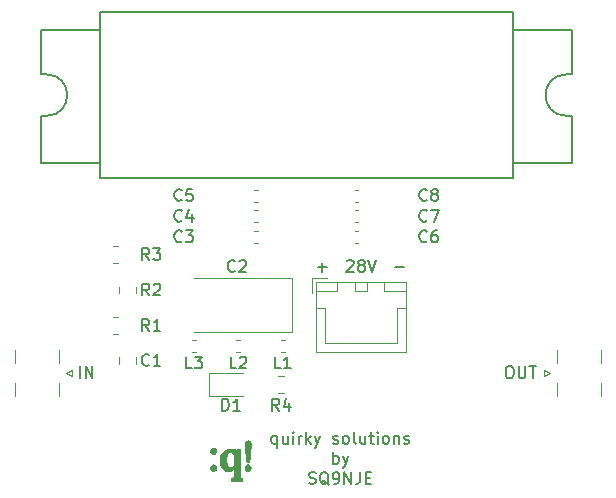
<source format=gbr>
%TF.GenerationSoftware,KiCad,Pcbnew,5.1.9-73d0e3b20d~88~ubuntu20.04.1*%
%TF.CreationDate,2021-01-30T11:41:37+01:00*%
%TF.ProjectId,mhl21336_pa,6d686c32-3133-4333-965f-70612e6b6963,1*%
%TF.SameCoordinates,Original*%
%TF.FileFunction,Legend,Top*%
%TF.FilePolarity,Positive*%
%FSLAX46Y46*%
G04 Gerber Fmt 4.6, Leading zero omitted, Abs format (unit mm)*
G04 Created by KiCad (PCBNEW 5.1.9-73d0e3b20d~88~ubuntu20.04.1) date 2021-01-30 11:41:37*
%MOMM*%
%LPD*%
G01*
G04 APERTURE LIST*
%ADD10C,0.150000*%
%ADD11C,0.200000*%
%ADD12C,0.010000*%
%ADD13C,0.120000*%
G04 APERTURE END LIST*
D10*
X145500000Y-58952380D02*
X145690476Y-58952380D01*
X145785714Y-59000000D01*
X145880952Y-59095238D01*
X145928571Y-59285714D01*
X145928571Y-59619047D01*
X145880952Y-59809523D01*
X145785714Y-59904761D01*
X145690476Y-59952380D01*
X145500000Y-59952380D01*
X145404761Y-59904761D01*
X145309523Y-59809523D01*
X145261904Y-59619047D01*
X145261904Y-59285714D01*
X145309523Y-59095238D01*
X145404761Y-59000000D01*
X145500000Y-58952380D01*
X146357142Y-58952380D02*
X146357142Y-59761904D01*
X146404761Y-59857142D01*
X146452380Y-59904761D01*
X146547619Y-59952380D01*
X146738095Y-59952380D01*
X146833333Y-59904761D01*
X146880952Y-59857142D01*
X146928571Y-59761904D01*
X146928571Y-58952380D01*
X147261904Y-58952380D02*
X147833333Y-58952380D01*
X147547619Y-59952380D02*
X147547619Y-58952380D01*
X109226190Y-59952380D02*
X109226190Y-58952380D01*
X109702380Y-59952380D02*
X109702380Y-58952380D01*
X110273809Y-59952380D01*
X110273809Y-58952380D01*
D11*
X125892857Y-64835714D02*
X125892857Y-65835714D01*
X125892857Y-65454761D02*
X125797619Y-65502380D01*
X125607142Y-65502380D01*
X125511904Y-65454761D01*
X125464285Y-65407142D01*
X125416666Y-65311904D01*
X125416666Y-65026190D01*
X125464285Y-64930952D01*
X125511904Y-64883333D01*
X125607142Y-64835714D01*
X125797619Y-64835714D01*
X125892857Y-64883333D01*
X126797619Y-64835714D02*
X126797619Y-65502380D01*
X126369047Y-64835714D02*
X126369047Y-65359523D01*
X126416666Y-65454761D01*
X126511904Y-65502380D01*
X126654761Y-65502380D01*
X126750000Y-65454761D01*
X126797619Y-65407142D01*
X127273809Y-65502380D02*
X127273809Y-64835714D01*
X127273809Y-64502380D02*
X127226190Y-64550000D01*
X127273809Y-64597619D01*
X127321428Y-64550000D01*
X127273809Y-64502380D01*
X127273809Y-64597619D01*
X127750000Y-65502380D02*
X127750000Y-64835714D01*
X127750000Y-65026190D02*
X127797619Y-64930952D01*
X127845238Y-64883333D01*
X127940476Y-64835714D01*
X128035714Y-64835714D01*
X128369047Y-65502380D02*
X128369047Y-64502380D01*
X128464285Y-65121428D02*
X128750000Y-65502380D01*
X128750000Y-64835714D02*
X128369047Y-65216666D01*
X129083333Y-64835714D02*
X129321428Y-65502380D01*
X129559523Y-64835714D02*
X129321428Y-65502380D01*
X129226190Y-65740476D01*
X129178571Y-65788095D01*
X129083333Y-65835714D01*
X130654761Y-65454761D02*
X130750000Y-65502380D01*
X130940476Y-65502380D01*
X131035714Y-65454761D01*
X131083333Y-65359523D01*
X131083333Y-65311904D01*
X131035714Y-65216666D01*
X130940476Y-65169047D01*
X130797619Y-65169047D01*
X130702380Y-65121428D01*
X130654761Y-65026190D01*
X130654761Y-64978571D01*
X130702380Y-64883333D01*
X130797619Y-64835714D01*
X130940476Y-64835714D01*
X131035714Y-64883333D01*
X131654761Y-65502380D02*
X131559523Y-65454761D01*
X131511904Y-65407142D01*
X131464285Y-65311904D01*
X131464285Y-65026190D01*
X131511904Y-64930952D01*
X131559523Y-64883333D01*
X131654761Y-64835714D01*
X131797619Y-64835714D01*
X131892857Y-64883333D01*
X131940476Y-64930952D01*
X131988095Y-65026190D01*
X131988095Y-65311904D01*
X131940476Y-65407142D01*
X131892857Y-65454761D01*
X131797619Y-65502380D01*
X131654761Y-65502380D01*
X132559523Y-65502380D02*
X132464285Y-65454761D01*
X132416666Y-65359523D01*
X132416666Y-64502380D01*
X133369047Y-64835714D02*
X133369047Y-65502380D01*
X132940476Y-64835714D02*
X132940476Y-65359523D01*
X132988095Y-65454761D01*
X133083333Y-65502380D01*
X133226190Y-65502380D01*
X133321428Y-65454761D01*
X133369047Y-65407142D01*
X133702380Y-64835714D02*
X134083333Y-64835714D01*
X133845238Y-64502380D02*
X133845238Y-65359523D01*
X133892857Y-65454761D01*
X133988095Y-65502380D01*
X134083333Y-65502380D01*
X134416666Y-65502380D02*
X134416666Y-64835714D01*
X134416666Y-64502380D02*
X134369047Y-64550000D01*
X134416666Y-64597619D01*
X134464285Y-64550000D01*
X134416666Y-64502380D01*
X134416666Y-64597619D01*
X135035714Y-65502380D02*
X134940476Y-65454761D01*
X134892857Y-65407142D01*
X134845238Y-65311904D01*
X134845238Y-65026190D01*
X134892857Y-64930952D01*
X134940476Y-64883333D01*
X135035714Y-64835714D01*
X135178571Y-64835714D01*
X135273809Y-64883333D01*
X135321428Y-64930952D01*
X135369047Y-65026190D01*
X135369047Y-65311904D01*
X135321428Y-65407142D01*
X135273809Y-65454761D01*
X135178571Y-65502380D01*
X135035714Y-65502380D01*
X135797619Y-64835714D02*
X135797619Y-65502380D01*
X135797619Y-64930952D02*
X135845238Y-64883333D01*
X135940476Y-64835714D01*
X136083333Y-64835714D01*
X136178571Y-64883333D01*
X136226190Y-64978571D01*
X136226190Y-65502380D01*
X136654761Y-65454761D02*
X136750000Y-65502380D01*
X136940476Y-65502380D01*
X137035714Y-65454761D01*
X137083333Y-65359523D01*
X137083333Y-65311904D01*
X137035714Y-65216666D01*
X136940476Y-65169047D01*
X136797619Y-65169047D01*
X136702380Y-65121428D01*
X136654761Y-65026190D01*
X136654761Y-64978571D01*
X136702380Y-64883333D01*
X136797619Y-64835714D01*
X136940476Y-64835714D01*
X137035714Y-64883333D01*
X130654761Y-67202380D02*
X130654761Y-66202380D01*
X130654761Y-66583333D02*
X130750000Y-66535714D01*
X130940476Y-66535714D01*
X131035714Y-66583333D01*
X131083333Y-66630952D01*
X131130952Y-66726190D01*
X131130952Y-67011904D01*
X131083333Y-67107142D01*
X131035714Y-67154761D01*
X130940476Y-67202380D01*
X130750000Y-67202380D01*
X130654761Y-67154761D01*
X131464285Y-66535714D02*
X131702380Y-67202380D01*
X131940476Y-66535714D02*
X131702380Y-67202380D01*
X131607142Y-67440476D01*
X131559523Y-67488095D01*
X131464285Y-67535714D01*
X128607142Y-68854761D02*
X128750000Y-68902380D01*
X128988095Y-68902380D01*
X129083333Y-68854761D01*
X129130952Y-68807142D01*
X129178571Y-68711904D01*
X129178571Y-68616666D01*
X129130952Y-68521428D01*
X129083333Y-68473809D01*
X128988095Y-68426190D01*
X128797619Y-68378571D01*
X128702380Y-68330952D01*
X128654761Y-68283333D01*
X128607142Y-68188095D01*
X128607142Y-68092857D01*
X128654761Y-67997619D01*
X128702380Y-67950000D01*
X128797619Y-67902380D01*
X129035714Y-67902380D01*
X129178571Y-67950000D01*
X130273809Y-68997619D02*
X130178571Y-68950000D01*
X130083333Y-68854761D01*
X129940476Y-68711904D01*
X129845238Y-68664285D01*
X129750000Y-68664285D01*
X129797619Y-68902380D02*
X129702380Y-68854761D01*
X129607142Y-68759523D01*
X129559523Y-68569047D01*
X129559523Y-68235714D01*
X129607142Y-68045238D01*
X129702380Y-67950000D01*
X129797619Y-67902380D01*
X129988095Y-67902380D01*
X130083333Y-67950000D01*
X130178571Y-68045238D01*
X130226190Y-68235714D01*
X130226190Y-68569047D01*
X130178571Y-68759523D01*
X130083333Y-68854761D01*
X129988095Y-68902380D01*
X129797619Y-68902380D01*
X130702380Y-68902380D02*
X130892857Y-68902380D01*
X130988095Y-68854761D01*
X131035714Y-68807142D01*
X131130952Y-68664285D01*
X131178571Y-68473809D01*
X131178571Y-68092857D01*
X131130952Y-67997619D01*
X131083333Y-67950000D01*
X130988095Y-67902380D01*
X130797619Y-67902380D01*
X130702380Y-67950000D01*
X130654761Y-67997619D01*
X130607142Y-68092857D01*
X130607142Y-68330952D01*
X130654761Y-68426190D01*
X130702380Y-68473809D01*
X130797619Y-68521428D01*
X130988095Y-68521428D01*
X131083333Y-68473809D01*
X131130952Y-68426190D01*
X131178571Y-68330952D01*
X131607142Y-68902380D02*
X131607142Y-67902380D01*
X132178571Y-68902380D01*
X132178571Y-67902380D01*
X132940476Y-67902380D02*
X132940476Y-68616666D01*
X132892857Y-68759523D01*
X132797619Y-68854761D01*
X132654761Y-68902380D01*
X132559523Y-68902380D01*
X133416666Y-68378571D02*
X133750000Y-68378571D01*
X133892857Y-68902380D02*
X133416666Y-68902380D01*
X133416666Y-67902380D01*
X133892857Y-67902380D01*
D10*
X131809523Y-50047619D02*
X131857142Y-50000000D01*
X131952380Y-49952380D01*
X132190476Y-49952380D01*
X132285714Y-50000000D01*
X132333333Y-50047619D01*
X132380952Y-50142857D01*
X132380952Y-50238095D01*
X132333333Y-50380952D01*
X131761904Y-50952380D01*
X132380952Y-50952380D01*
X132952380Y-50380952D02*
X132857142Y-50333333D01*
X132809523Y-50285714D01*
X132761904Y-50190476D01*
X132761904Y-50142857D01*
X132809523Y-50047619D01*
X132857142Y-50000000D01*
X132952380Y-49952380D01*
X133142857Y-49952380D01*
X133238095Y-50000000D01*
X133285714Y-50047619D01*
X133333333Y-50142857D01*
X133333333Y-50190476D01*
X133285714Y-50285714D01*
X133238095Y-50333333D01*
X133142857Y-50380952D01*
X132952380Y-50380952D01*
X132857142Y-50428571D01*
X132809523Y-50476190D01*
X132761904Y-50571428D01*
X132761904Y-50761904D01*
X132809523Y-50857142D01*
X132857142Y-50904761D01*
X132952380Y-50952380D01*
X133142857Y-50952380D01*
X133238095Y-50904761D01*
X133285714Y-50857142D01*
X133333333Y-50761904D01*
X133333333Y-50571428D01*
X133285714Y-50476190D01*
X133238095Y-50428571D01*
X133142857Y-50380952D01*
X133619047Y-49952380D02*
X133952380Y-50952380D01*
X134285714Y-49952380D01*
X135869047Y-50571428D02*
X136630952Y-50571428D01*
X129369047Y-50571428D02*
X130130952Y-50571428D01*
X129750000Y-50952380D02*
X129750000Y-50190476D01*
D12*
%TO.C,Ref\u002A\u002A*%
G36*
X120600309Y-65859310D02*
G01*
X120672532Y-65905079D01*
X120727180Y-65972578D01*
X120760330Y-66055075D01*
X120768059Y-66145834D01*
X120746443Y-66238122D01*
X120691559Y-66325205D01*
X120690566Y-66326322D01*
X120619785Y-66377264D01*
X120530501Y-66402711D01*
X120438640Y-66400365D01*
X120367474Y-66372948D01*
X120295298Y-66304188D01*
X120253993Y-66217351D01*
X120242608Y-66121944D01*
X120260189Y-66027473D01*
X120305787Y-65943443D01*
X120378450Y-65879361D01*
X120418831Y-65859903D01*
X120514434Y-65842007D01*
X120600309Y-65859310D01*
G37*
X120600309Y-65859310D02*
X120672532Y-65905079D01*
X120727180Y-65972578D01*
X120760330Y-66055075D01*
X120768059Y-66145834D01*
X120746443Y-66238122D01*
X120691559Y-66325205D01*
X120690566Y-66326322D01*
X120619785Y-66377264D01*
X120530501Y-66402711D01*
X120438640Y-66400365D01*
X120367474Y-66372948D01*
X120295298Y-66304188D01*
X120253993Y-66217351D01*
X120242608Y-66121944D01*
X120260189Y-66027473D01*
X120305787Y-65943443D01*
X120378450Y-65879361D01*
X120418831Y-65859903D01*
X120514434Y-65842007D01*
X120600309Y-65859310D01*
G36*
X123535315Y-65254690D02*
G01*
X123605010Y-65307812D01*
X123632972Y-65348669D01*
X123647544Y-65380193D01*
X123658511Y-65416179D01*
X123665808Y-65461052D01*
X123669367Y-65519238D01*
X123669121Y-65595162D01*
X123665003Y-65693251D01*
X123656947Y-65817930D01*
X123644884Y-65973625D01*
X123628749Y-66164762D01*
X123618919Y-66277448D01*
X123601805Y-66474920D01*
X123588007Y-66634323D01*
X123576431Y-66759690D01*
X123565984Y-66855056D01*
X123555572Y-66924455D01*
X123544100Y-66971921D01*
X123530474Y-67001487D01*
X123513600Y-67017187D01*
X123492384Y-67023056D01*
X123465733Y-67023127D01*
X123432551Y-67021434D01*
X123417207Y-67021166D01*
X123350450Y-67018744D01*
X123304646Y-67012452D01*
X123290881Y-67005291D01*
X123288886Y-66981064D01*
X123283367Y-66919868D01*
X123274803Y-66826881D01*
X123263675Y-66707277D01*
X123250465Y-66566232D01*
X123235652Y-66408921D01*
X123227499Y-66322666D01*
X123207222Y-66106378D01*
X123191135Y-65927985D01*
X123179171Y-65783260D01*
X123171264Y-65667981D01*
X123167347Y-65577921D01*
X123167353Y-65508857D01*
X123171217Y-65456563D01*
X123178870Y-65416815D01*
X123190248Y-65385388D01*
X123205283Y-65358057D01*
X123212128Y-65347590D01*
X123279899Y-65278507D01*
X123362917Y-65240012D01*
X123451336Y-65232082D01*
X123535315Y-65254690D01*
G37*
X123535315Y-65254690D02*
X123605010Y-65307812D01*
X123632972Y-65348669D01*
X123647544Y-65380193D01*
X123658511Y-65416179D01*
X123665808Y-65461052D01*
X123669367Y-65519238D01*
X123669121Y-65595162D01*
X123665003Y-65693251D01*
X123656947Y-65817930D01*
X123644884Y-65973625D01*
X123628749Y-66164762D01*
X123618919Y-66277448D01*
X123601805Y-66474920D01*
X123588007Y-66634323D01*
X123576431Y-66759690D01*
X123565984Y-66855056D01*
X123555572Y-66924455D01*
X123544100Y-66971921D01*
X123530474Y-67001487D01*
X123513600Y-67017187D01*
X123492384Y-67023056D01*
X123465733Y-67023127D01*
X123432551Y-67021434D01*
X123417207Y-67021166D01*
X123350450Y-67018744D01*
X123304646Y-67012452D01*
X123290881Y-67005291D01*
X123288886Y-66981064D01*
X123283367Y-66919868D01*
X123274803Y-66826881D01*
X123263675Y-66707277D01*
X123250465Y-66566232D01*
X123235652Y-66408921D01*
X123227499Y-66322666D01*
X123207222Y-66106378D01*
X123191135Y-65927985D01*
X123179171Y-65783260D01*
X123171264Y-65667981D01*
X123167347Y-65577921D01*
X123167353Y-65508857D01*
X123171217Y-65456563D01*
X123178870Y-65416815D01*
X123190248Y-65385388D01*
X123205283Y-65358057D01*
X123212128Y-65347590D01*
X123279899Y-65278507D01*
X123362917Y-65240012D01*
X123451336Y-65232082D01*
X123535315Y-65254690D01*
G36*
X123469038Y-67263786D02*
G01*
X123547496Y-67296293D01*
X123612426Y-67356102D01*
X123657297Y-67439934D01*
X123675580Y-67544509D01*
X123673935Y-67591978D01*
X123646398Y-67684238D01*
X123588392Y-67756730D01*
X123509004Y-67804755D01*
X123417326Y-67823617D01*
X123322445Y-67808620D01*
X123286141Y-67792365D01*
X123222313Y-67735519D01*
X123180336Y-67653573D01*
X123162163Y-67558789D01*
X123169745Y-67463432D01*
X123205033Y-67379767D01*
X123217776Y-67362870D01*
X123297648Y-67293795D01*
X123383579Y-67261860D01*
X123469038Y-67263786D01*
G37*
X123469038Y-67263786D02*
X123547496Y-67296293D01*
X123612426Y-67356102D01*
X123657297Y-67439934D01*
X123675580Y-67544509D01*
X123673935Y-67591978D01*
X123646398Y-67684238D01*
X123588392Y-67756730D01*
X123509004Y-67804755D01*
X123417326Y-67823617D01*
X123322445Y-67808620D01*
X123286141Y-67792365D01*
X123222313Y-67735519D01*
X123180336Y-67653573D01*
X123162163Y-67558789D01*
X123169745Y-67463432D01*
X123205033Y-67379767D01*
X123217776Y-67362870D01*
X123297648Y-67293795D01*
X123383579Y-67261860D01*
X123469038Y-67263786D01*
G36*
X120586320Y-67275746D02*
G01*
X120659453Y-67318342D01*
X120716402Y-67382678D01*
X120753593Y-67462008D01*
X120767451Y-67549586D01*
X120754403Y-67638666D01*
X120710873Y-67722499D01*
X120664493Y-67771023D01*
X120585314Y-67812653D01*
X120491161Y-67825756D01*
X120399706Y-67808758D01*
X120374183Y-67796864D01*
X120302404Y-67735271D01*
X120259076Y-67652716D01*
X120243594Y-67559025D01*
X120255354Y-67464026D01*
X120293753Y-67377545D01*
X120358184Y-67309407D01*
X120405801Y-67282762D01*
X120500578Y-67261638D01*
X120586320Y-67275746D01*
G37*
X120586320Y-67275746D02*
X120659453Y-67318342D01*
X120716402Y-67382678D01*
X120753593Y-67462008D01*
X120767451Y-67549586D01*
X120754403Y-67638666D01*
X120710873Y-67722499D01*
X120664493Y-67771023D01*
X120585314Y-67812653D01*
X120491161Y-67825756D01*
X120399706Y-67808758D01*
X120374183Y-67796864D01*
X120302404Y-67735271D01*
X120259076Y-67652716D01*
X120243594Y-67559025D01*
X120255354Y-67464026D01*
X120293753Y-67377545D01*
X120358184Y-67309407D01*
X120405801Y-67282762D01*
X120500578Y-67261638D01*
X120586320Y-67275746D01*
G36*
X122124160Y-65949435D02*
G01*
X122246471Y-65971334D01*
X122358462Y-65995552D01*
X122445165Y-66004110D01*
X122501329Y-65996764D01*
X122518583Y-65983999D01*
X122545432Y-65972269D01*
X122600615Y-65964582D01*
X122647801Y-65962833D01*
X122763937Y-65962833D01*
X122757677Y-67179487D01*
X122751416Y-68396142D01*
X122973666Y-68370004D01*
X122973666Y-68672166D01*
X122021166Y-68672166D01*
X122021166Y-68545166D01*
X122022364Y-68474722D01*
X122028590Y-68436684D01*
X122043792Y-68421137D01*
X122071738Y-68418166D01*
X122125328Y-68404981D01*
X122172280Y-68377750D01*
X122190875Y-68360940D01*
X122204347Y-68340744D01*
X122213697Y-68310374D01*
X122219923Y-68263040D01*
X122224026Y-68191951D01*
X122227006Y-68090318D01*
X122229062Y-67992093D01*
X122231378Y-67864490D01*
X122232125Y-67773798D01*
X122230749Y-67714606D01*
X122226699Y-67681504D01*
X122219424Y-67669081D01*
X122208372Y-67671928D01*
X122197312Y-67680793D01*
X122096994Y-67745754D01*
X121970502Y-67793139D01*
X121831331Y-67820154D01*
X121692976Y-67824004D01*
X121586924Y-67807200D01*
X121441918Y-67746609D01*
X121314222Y-67650093D01*
X121207978Y-67521960D01*
X121127325Y-67366520D01*
X121106054Y-67306916D01*
X121076071Y-67175233D01*
X121060272Y-67022416D01*
X121058619Y-66862678D01*
X121060343Y-66841566D01*
X121608671Y-66841566D01*
X121608679Y-66851833D01*
X121609540Y-66971849D01*
X121612692Y-67059322D01*
X121619372Y-67124026D01*
X121630820Y-67175738D01*
X121648273Y-67224234D01*
X121658977Y-67248862D01*
X121701856Y-67325504D01*
X121755361Y-67396796D01*
X121783823Y-67425826D01*
X121833189Y-67464797D01*
X121876734Y-67482501D01*
X121933785Y-67484794D01*
X121970123Y-67482265D01*
X122074343Y-67461249D01*
X122157223Y-67415349D01*
X122232833Y-67357678D01*
X122232754Y-66877214D01*
X122232477Y-66720909D01*
X122231402Y-66601019D01*
X122229072Y-66511628D01*
X122225032Y-66446819D01*
X122218826Y-66400675D01*
X122209999Y-66367279D01*
X122198094Y-66340715D01*
X122190411Y-66327430D01*
X122132607Y-66261960D01*
X122053643Y-66226356D01*
X121959418Y-66216833D01*
X121859284Y-66236654D01*
X121771317Y-66296398D01*
X121694973Y-66396486D01*
X121671916Y-66439083D01*
X121646235Y-66492424D01*
X121628620Y-66538140D01*
X121617564Y-66586071D01*
X121611559Y-66646058D01*
X121609097Y-66727943D01*
X121608671Y-66841566D01*
X121060343Y-66841566D01*
X121071071Y-66710234D01*
X121097590Y-66579295D01*
X121108183Y-66546608D01*
X121193210Y-66360323D01*
X121301754Y-66208306D01*
X121435598Y-66088497D01*
X121572959Y-66009343D01*
X121685817Y-65972216D01*
X121824709Y-65949325D01*
X121975527Y-65941466D01*
X122124160Y-65949435D01*
G37*
X122124160Y-65949435D02*
X122246471Y-65971334D01*
X122358462Y-65995552D01*
X122445165Y-66004110D01*
X122501329Y-65996764D01*
X122518583Y-65983999D01*
X122545432Y-65972269D01*
X122600615Y-65964582D01*
X122647801Y-65962833D01*
X122763937Y-65962833D01*
X122757677Y-67179487D01*
X122751416Y-68396142D01*
X122973666Y-68370004D01*
X122973666Y-68672166D01*
X122021166Y-68672166D01*
X122021166Y-68545166D01*
X122022364Y-68474722D01*
X122028590Y-68436684D01*
X122043792Y-68421137D01*
X122071738Y-68418166D01*
X122125328Y-68404981D01*
X122172280Y-68377750D01*
X122190875Y-68360940D01*
X122204347Y-68340744D01*
X122213697Y-68310374D01*
X122219923Y-68263040D01*
X122224026Y-68191951D01*
X122227006Y-68090318D01*
X122229062Y-67992093D01*
X122231378Y-67864490D01*
X122232125Y-67773798D01*
X122230749Y-67714606D01*
X122226699Y-67681504D01*
X122219424Y-67669081D01*
X122208372Y-67671928D01*
X122197312Y-67680793D01*
X122096994Y-67745754D01*
X121970502Y-67793139D01*
X121831331Y-67820154D01*
X121692976Y-67824004D01*
X121586924Y-67807200D01*
X121441918Y-67746609D01*
X121314222Y-67650093D01*
X121207978Y-67521960D01*
X121127325Y-67366520D01*
X121106054Y-67306916D01*
X121076071Y-67175233D01*
X121060272Y-67022416D01*
X121058619Y-66862678D01*
X121060343Y-66841566D01*
X121608671Y-66841566D01*
X121608679Y-66851833D01*
X121609540Y-66971849D01*
X121612692Y-67059322D01*
X121619372Y-67124026D01*
X121630820Y-67175738D01*
X121648273Y-67224234D01*
X121658977Y-67248862D01*
X121701856Y-67325504D01*
X121755361Y-67396796D01*
X121783823Y-67425826D01*
X121833189Y-67464797D01*
X121876734Y-67482501D01*
X121933785Y-67484794D01*
X121970123Y-67482265D01*
X122074343Y-67461249D01*
X122157223Y-67415349D01*
X122232833Y-67357678D01*
X122232754Y-66877214D01*
X122232477Y-66720909D01*
X122231402Y-66601019D01*
X122229072Y-66511628D01*
X122225032Y-66446819D01*
X122218826Y-66400675D01*
X122209999Y-66367279D01*
X122198094Y-66340715D01*
X122190411Y-66327430D01*
X122132607Y-66261960D01*
X122053643Y-66226356D01*
X121959418Y-66216833D01*
X121859284Y-66236654D01*
X121771317Y-66296398D01*
X121694973Y-66396486D01*
X121671916Y-66439083D01*
X121646235Y-66492424D01*
X121628620Y-66538140D01*
X121617564Y-66586071D01*
X121611559Y-66646058D01*
X121609097Y-66727943D01*
X121608671Y-66841566D01*
X121060343Y-66841566D01*
X121071071Y-66710234D01*
X121097590Y-66579295D01*
X121108183Y-66546608D01*
X121193210Y-66360323D01*
X121301754Y-66208306D01*
X121435598Y-66088497D01*
X121572959Y-66009343D01*
X121685817Y-65972216D01*
X121824709Y-65949325D01*
X121975527Y-65941466D01*
X122124160Y-65949435D01*
D13*
%TO.C,R4*%
X126477064Y-59765000D02*
X126022936Y-59765000D01*
X126477064Y-61235000D02*
X126022936Y-61235000D01*
%TO.C,R3*%
X112477064Y-48765000D02*
X112022936Y-48765000D01*
X112477064Y-50235000D02*
X112022936Y-50235000D01*
%TO.C,R2*%
X112515000Y-52272936D02*
X112515000Y-52727064D01*
X113985000Y-52272936D02*
X113985000Y-52727064D01*
%TO.C,R1*%
X112477064Y-54765000D02*
X112022936Y-54765000D01*
X112477064Y-56235000D02*
X112022936Y-56235000D01*
%TO.C,C1*%
X112515000Y-58201248D02*
X112515000Y-58723752D01*
X113985000Y-58201248D02*
X113985000Y-58723752D01*
%TO.C,C8*%
X132491233Y-43990000D02*
X132783767Y-43990000D01*
X132491233Y-45010000D02*
X132783767Y-45010000D01*
%TO.C,C7*%
X132491233Y-45740000D02*
X132783767Y-45740000D01*
X132491233Y-46760000D02*
X132783767Y-46760000D01*
%TO.C,C6*%
X132491233Y-47490000D02*
X132783767Y-47490000D01*
X132491233Y-48510000D02*
X132783767Y-48510000D01*
%TO.C,C5*%
X123966233Y-43990000D02*
X124258767Y-43990000D01*
X123966233Y-45010000D02*
X124258767Y-45010000D01*
%TO.C,C4*%
X123966233Y-45740000D02*
X124258767Y-45740000D01*
X123966233Y-46760000D02*
X124258767Y-46760000D01*
%TO.C,C3*%
X123966233Y-47490000D02*
X124258767Y-47490000D01*
X123966233Y-48510000D02*
X124258767Y-48510000D01*
%TO.C,C2*%
X118900000Y-56010000D02*
X127135000Y-56010000D01*
X127135000Y-56010000D02*
X127135000Y-51490000D01*
X127135000Y-51490000D02*
X118900000Y-51490000D01*
D11*
%TO.C,U1*%
X150885000Y-37745000D02*
X150385000Y-37745000D01*
X150885000Y-34245000D02*
X150385000Y-34245000D01*
X150885000Y-30495000D02*
X150885000Y-34245000D01*
X145885000Y-30495000D02*
X150885000Y-30495000D01*
X150885000Y-41745000D02*
X150885000Y-37745000D01*
X105885000Y-34245000D02*
X106385000Y-34245000D01*
X105885000Y-30495000D02*
X105885000Y-34245000D01*
X110885000Y-30495000D02*
X105885000Y-30495000D01*
X105885000Y-37745000D02*
X106385000Y-37745000D01*
X105885000Y-41745000D02*
X105885000Y-37745000D01*
X145885000Y-41745000D02*
X150885000Y-41745000D01*
X105885000Y-41745000D02*
X110885000Y-41745000D01*
X110885000Y-28995000D02*
X110885000Y-42995000D01*
X145885000Y-28995000D02*
X110885000Y-28995000D01*
X145885000Y-42995000D02*
X145885000Y-28995000D01*
X110885000Y-42995000D02*
X145885000Y-42995000D01*
X150385000Y-34245000D02*
G75*
G03*
X150385000Y-37745000I0J-1750000D01*
G01*
X106385000Y-34245000D02*
G75*
G02*
X106385000Y-37745000I0J-1750000D01*
G01*
D13*
%TO.C,L3*%
X119046267Y-56740000D02*
X118703733Y-56740000D01*
X119046267Y-57760000D02*
X118703733Y-57760000D01*
%TO.C,L2*%
X122796267Y-56740000D02*
X122453733Y-56740000D01*
X122796267Y-57760000D02*
X122453733Y-57760000D01*
%TO.C,L1*%
X126546267Y-56740000D02*
X126203733Y-56740000D01*
X126546267Y-57760000D02*
X126203733Y-57760000D01*
%TO.C,J3*%
X128900000Y-51500000D02*
X128900000Y-52750000D01*
X130150000Y-51500000D02*
X128900000Y-51500000D01*
X136050000Y-57000000D02*
X133000000Y-57000000D01*
X136050000Y-54050000D02*
X136050000Y-57000000D01*
X136800000Y-54050000D02*
X136050000Y-54050000D01*
X129950000Y-57000000D02*
X133000000Y-57000000D01*
X129950000Y-54050000D02*
X129950000Y-57000000D01*
X129200000Y-54050000D02*
X129950000Y-54050000D01*
X136800000Y-51800000D02*
X135000000Y-51800000D01*
X136800000Y-52550000D02*
X136800000Y-51800000D01*
X135000000Y-52550000D02*
X136800000Y-52550000D01*
X135000000Y-51800000D02*
X135000000Y-52550000D01*
X131000000Y-51800000D02*
X129200000Y-51800000D01*
X131000000Y-52550000D02*
X131000000Y-51800000D01*
X129200000Y-52550000D02*
X131000000Y-52550000D01*
X129200000Y-51800000D02*
X129200000Y-52550000D01*
X133500000Y-51800000D02*
X132500000Y-51800000D01*
X133500000Y-52550000D02*
X133500000Y-51800000D01*
X132500000Y-52550000D02*
X133500000Y-52550000D01*
X132500000Y-51800000D02*
X132500000Y-52550000D01*
X136810000Y-51790000D02*
X129190000Y-51790000D01*
X136810000Y-57760000D02*
X136810000Y-51790000D01*
X129190000Y-57760000D02*
X136810000Y-57760000D01*
X129190000Y-51790000D02*
X129190000Y-57760000D01*
%TO.C,J2*%
X149590000Y-58660000D02*
X149590000Y-57550000D01*
X149590000Y-61450000D02*
X149590000Y-60340000D01*
X153300000Y-58660000D02*
X153300000Y-57550000D01*
X153300000Y-61450000D02*
X153300000Y-60340000D01*
X149040000Y-59500000D02*
X148540000Y-59250000D01*
X148540000Y-59250000D02*
X148540000Y-59750000D01*
X148540000Y-59750000D02*
X149040000Y-59500000D01*
%TO.C,J1*%
X107460000Y-60340000D02*
X107460000Y-61450000D01*
X107460000Y-57550000D02*
X107460000Y-58660000D01*
X103750000Y-60340000D02*
X103750000Y-61450000D01*
X103750000Y-57550000D02*
X103750000Y-58660000D01*
X108010000Y-59500000D02*
X108510000Y-59750000D01*
X108510000Y-59750000D02*
X108510000Y-59250000D01*
X108510000Y-59250000D02*
X108010000Y-59500000D01*
%TO.C,D1*%
X120165000Y-61460000D02*
X123025000Y-61460000D01*
X120165000Y-59540000D02*
X120165000Y-61460000D01*
X123025000Y-59540000D02*
X120165000Y-59540000D01*
%TD*%
%TO.C,R4*%
D10*
X126083333Y-62702380D02*
X125750000Y-62226190D01*
X125511904Y-62702380D02*
X125511904Y-61702380D01*
X125892857Y-61702380D01*
X125988095Y-61750000D01*
X126035714Y-61797619D01*
X126083333Y-61892857D01*
X126083333Y-62035714D01*
X126035714Y-62130952D01*
X125988095Y-62178571D01*
X125892857Y-62226190D01*
X125511904Y-62226190D01*
X126940476Y-62035714D02*
X126940476Y-62702380D01*
X126702380Y-61654761D02*
X126464285Y-62369047D01*
X127083333Y-62369047D01*
%TO.C,R3*%
X115083333Y-49952380D02*
X114750000Y-49476190D01*
X114511904Y-49952380D02*
X114511904Y-48952380D01*
X114892857Y-48952380D01*
X114988095Y-49000000D01*
X115035714Y-49047619D01*
X115083333Y-49142857D01*
X115083333Y-49285714D01*
X115035714Y-49380952D01*
X114988095Y-49428571D01*
X114892857Y-49476190D01*
X114511904Y-49476190D01*
X115416666Y-48952380D02*
X116035714Y-48952380D01*
X115702380Y-49333333D01*
X115845238Y-49333333D01*
X115940476Y-49380952D01*
X115988095Y-49428571D01*
X116035714Y-49523809D01*
X116035714Y-49761904D01*
X115988095Y-49857142D01*
X115940476Y-49904761D01*
X115845238Y-49952380D01*
X115559523Y-49952380D01*
X115464285Y-49904761D01*
X115416666Y-49857142D01*
%TO.C,R2*%
X115083333Y-52952380D02*
X114750000Y-52476190D01*
X114511904Y-52952380D02*
X114511904Y-51952380D01*
X114892857Y-51952380D01*
X114988095Y-52000000D01*
X115035714Y-52047619D01*
X115083333Y-52142857D01*
X115083333Y-52285714D01*
X115035714Y-52380952D01*
X114988095Y-52428571D01*
X114892857Y-52476190D01*
X114511904Y-52476190D01*
X115464285Y-52047619D02*
X115511904Y-52000000D01*
X115607142Y-51952380D01*
X115845238Y-51952380D01*
X115940476Y-52000000D01*
X115988095Y-52047619D01*
X116035714Y-52142857D01*
X116035714Y-52238095D01*
X115988095Y-52380952D01*
X115416666Y-52952380D01*
X116035714Y-52952380D01*
%TO.C,R1*%
X115083333Y-55952380D02*
X114750000Y-55476190D01*
X114511904Y-55952380D02*
X114511904Y-54952380D01*
X114892857Y-54952380D01*
X114988095Y-55000000D01*
X115035714Y-55047619D01*
X115083333Y-55142857D01*
X115083333Y-55285714D01*
X115035714Y-55380952D01*
X114988095Y-55428571D01*
X114892857Y-55476190D01*
X114511904Y-55476190D01*
X116035714Y-55952380D02*
X115464285Y-55952380D01*
X115750000Y-55952380D02*
X115750000Y-54952380D01*
X115654761Y-55095238D01*
X115559523Y-55190476D01*
X115464285Y-55238095D01*
%TO.C,C1*%
X115083333Y-58819642D02*
X115035714Y-58867261D01*
X114892857Y-58914880D01*
X114797619Y-58914880D01*
X114654761Y-58867261D01*
X114559523Y-58772023D01*
X114511904Y-58676785D01*
X114464285Y-58486309D01*
X114464285Y-58343452D01*
X114511904Y-58152976D01*
X114559523Y-58057738D01*
X114654761Y-57962500D01*
X114797619Y-57914880D01*
X114892857Y-57914880D01*
X115035714Y-57962500D01*
X115083333Y-58010119D01*
X116035714Y-58914880D02*
X115464285Y-58914880D01*
X115750000Y-58914880D02*
X115750000Y-57914880D01*
X115654761Y-58057738D01*
X115559523Y-58152976D01*
X115464285Y-58200595D01*
%TO.C,C8*%
X138583333Y-44857142D02*
X138535714Y-44904761D01*
X138392857Y-44952380D01*
X138297619Y-44952380D01*
X138154761Y-44904761D01*
X138059523Y-44809523D01*
X138011904Y-44714285D01*
X137964285Y-44523809D01*
X137964285Y-44380952D01*
X138011904Y-44190476D01*
X138059523Y-44095238D01*
X138154761Y-44000000D01*
X138297619Y-43952380D01*
X138392857Y-43952380D01*
X138535714Y-44000000D01*
X138583333Y-44047619D01*
X139154761Y-44380952D02*
X139059523Y-44333333D01*
X139011904Y-44285714D01*
X138964285Y-44190476D01*
X138964285Y-44142857D01*
X139011904Y-44047619D01*
X139059523Y-44000000D01*
X139154761Y-43952380D01*
X139345238Y-43952380D01*
X139440476Y-44000000D01*
X139488095Y-44047619D01*
X139535714Y-44142857D01*
X139535714Y-44190476D01*
X139488095Y-44285714D01*
X139440476Y-44333333D01*
X139345238Y-44380952D01*
X139154761Y-44380952D01*
X139059523Y-44428571D01*
X139011904Y-44476190D01*
X138964285Y-44571428D01*
X138964285Y-44761904D01*
X139011904Y-44857142D01*
X139059523Y-44904761D01*
X139154761Y-44952380D01*
X139345238Y-44952380D01*
X139440476Y-44904761D01*
X139488095Y-44857142D01*
X139535714Y-44761904D01*
X139535714Y-44571428D01*
X139488095Y-44476190D01*
X139440476Y-44428571D01*
X139345238Y-44380952D01*
%TO.C,C7*%
X138583333Y-46607142D02*
X138535714Y-46654761D01*
X138392857Y-46702380D01*
X138297619Y-46702380D01*
X138154761Y-46654761D01*
X138059523Y-46559523D01*
X138011904Y-46464285D01*
X137964285Y-46273809D01*
X137964285Y-46130952D01*
X138011904Y-45940476D01*
X138059523Y-45845238D01*
X138154761Y-45750000D01*
X138297619Y-45702380D01*
X138392857Y-45702380D01*
X138535714Y-45750000D01*
X138583333Y-45797619D01*
X138916666Y-45702380D02*
X139583333Y-45702380D01*
X139154761Y-46702380D01*
%TO.C,C6*%
X138583333Y-48357142D02*
X138535714Y-48404761D01*
X138392857Y-48452380D01*
X138297619Y-48452380D01*
X138154761Y-48404761D01*
X138059523Y-48309523D01*
X138011904Y-48214285D01*
X137964285Y-48023809D01*
X137964285Y-47880952D01*
X138011904Y-47690476D01*
X138059523Y-47595238D01*
X138154761Y-47500000D01*
X138297619Y-47452380D01*
X138392857Y-47452380D01*
X138535714Y-47500000D01*
X138583333Y-47547619D01*
X139440476Y-47452380D02*
X139250000Y-47452380D01*
X139154761Y-47500000D01*
X139107142Y-47547619D01*
X139011904Y-47690476D01*
X138964285Y-47880952D01*
X138964285Y-48261904D01*
X139011904Y-48357142D01*
X139059523Y-48404761D01*
X139154761Y-48452380D01*
X139345238Y-48452380D01*
X139440476Y-48404761D01*
X139488095Y-48357142D01*
X139535714Y-48261904D01*
X139535714Y-48023809D01*
X139488095Y-47928571D01*
X139440476Y-47880952D01*
X139345238Y-47833333D01*
X139154761Y-47833333D01*
X139059523Y-47880952D01*
X139011904Y-47928571D01*
X138964285Y-48023809D01*
%TO.C,C5*%
X117833333Y-44857142D02*
X117785714Y-44904761D01*
X117642857Y-44952380D01*
X117547619Y-44952380D01*
X117404761Y-44904761D01*
X117309523Y-44809523D01*
X117261904Y-44714285D01*
X117214285Y-44523809D01*
X117214285Y-44380952D01*
X117261904Y-44190476D01*
X117309523Y-44095238D01*
X117404761Y-44000000D01*
X117547619Y-43952380D01*
X117642857Y-43952380D01*
X117785714Y-44000000D01*
X117833333Y-44047619D01*
X118738095Y-43952380D02*
X118261904Y-43952380D01*
X118214285Y-44428571D01*
X118261904Y-44380952D01*
X118357142Y-44333333D01*
X118595238Y-44333333D01*
X118690476Y-44380952D01*
X118738095Y-44428571D01*
X118785714Y-44523809D01*
X118785714Y-44761904D01*
X118738095Y-44857142D01*
X118690476Y-44904761D01*
X118595238Y-44952380D01*
X118357142Y-44952380D01*
X118261904Y-44904761D01*
X118214285Y-44857142D01*
%TO.C,C4*%
X117833333Y-46607142D02*
X117785714Y-46654761D01*
X117642857Y-46702380D01*
X117547619Y-46702380D01*
X117404761Y-46654761D01*
X117309523Y-46559523D01*
X117261904Y-46464285D01*
X117214285Y-46273809D01*
X117214285Y-46130952D01*
X117261904Y-45940476D01*
X117309523Y-45845238D01*
X117404761Y-45750000D01*
X117547619Y-45702380D01*
X117642857Y-45702380D01*
X117785714Y-45750000D01*
X117833333Y-45797619D01*
X118690476Y-46035714D02*
X118690476Y-46702380D01*
X118452380Y-45654761D02*
X118214285Y-46369047D01*
X118833333Y-46369047D01*
%TO.C,C3*%
X117833333Y-48357142D02*
X117785714Y-48404761D01*
X117642857Y-48452380D01*
X117547619Y-48452380D01*
X117404761Y-48404761D01*
X117309523Y-48309523D01*
X117261904Y-48214285D01*
X117214285Y-48023809D01*
X117214285Y-47880952D01*
X117261904Y-47690476D01*
X117309523Y-47595238D01*
X117404761Y-47500000D01*
X117547619Y-47452380D01*
X117642857Y-47452380D01*
X117785714Y-47500000D01*
X117833333Y-47547619D01*
X118166666Y-47452380D02*
X118785714Y-47452380D01*
X118452380Y-47833333D01*
X118595238Y-47833333D01*
X118690476Y-47880952D01*
X118738095Y-47928571D01*
X118785714Y-48023809D01*
X118785714Y-48261904D01*
X118738095Y-48357142D01*
X118690476Y-48404761D01*
X118595238Y-48452380D01*
X118309523Y-48452380D01*
X118214285Y-48404761D01*
X118166666Y-48357142D01*
%TO.C,C2*%
X122333333Y-50857142D02*
X122285714Y-50904761D01*
X122142857Y-50952380D01*
X122047619Y-50952380D01*
X121904761Y-50904761D01*
X121809523Y-50809523D01*
X121761904Y-50714285D01*
X121714285Y-50523809D01*
X121714285Y-50380952D01*
X121761904Y-50190476D01*
X121809523Y-50095238D01*
X121904761Y-50000000D01*
X122047619Y-49952380D01*
X122142857Y-49952380D01*
X122285714Y-50000000D01*
X122333333Y-50047619D01*
X122714285Y-50047619D02*
X122761904Y-50000000D01*
X122857142Y-49952380D01*
X123095238Y-49952380D01*
X123190476Y-50000000D01*
X123238095Y-50047619D01*
X123285714Y-50142857D01*
X123285714Y-50238095D01*
X123238095Y-50380952D01*
X122666666Y-50952380D01*
X123285714Y-50952380D01*
%TO.C,L3*%
X118708333Y-59132380D02*
X118232142Y-59132380D01*
X118232142Y-58132380D01*
X118946428Y-58132380D02*
X119565476Y-58132380D01*
X119232142Y-58513333D01*
X119375000Y-58513333D01*
X119470238Y-58560952D01*
X119517857Y-58608571D01*
X119565476Y-58703809D01*
X119565476Y-58941904D01*
X119517857Y-59037142D01*
X119470238Y-59084761D01*
X119375000Y-59132380D01*
X119089285Y-59132380D01*
X118994047Y-59084761D01*
X118946428Y-59037142D01*
%TO.C,L2*%
X122458333Y-59132380D02*
X121982142Y-59132380D01*
X121982142Y-58132380D01*
X122744047Y-58227619D02*
X122791666Y-58180000D01*
X122886904Y-58132380D01*
X123125000Y-58132380D01*
X123220238Y-58180000D01*
X123267857Y-58227619D01*
X123315476Y-58322857D01*
X123315476Y-58418095D01*
X123267857Y-58560952D01*
X122696428Y-59132380D01*
X123315476Y-59132380D01*
%TO.C,L1*%
X126208333Y-59132380D02*
X125732142Y-59132380D01*
X125732142Y-58132380D01*
X127065476Y-59132380D02*
X126494047Y-59132380D01*
X126779761Y-59132380D02*
X126779761Y-58132380D01*
X126684523Y-58275238D01*
X126589285Y-58370476D01*
X126494047Y-58418095D01*
%TO.C,D1*%
X121261904Y-62702380D02*
X121261904Y-61702380D01*
X121500000Y-61702380D01*
X121642857Y-61750000D01*
X121738095Y-61845238D01*
X121785714Y-61940476D01*
X121833333Y-62130952D01*
X121833333Y-62273809D01*
X121785714Y-62464285D01*
X121738095Y-62559523D01*
X121642857Y-62654761D01*
X121500000Y-62702380D01*
X121261904Y-62702380D01*
X122785714Y-62702380D02*
X122214285Y-62702380D01*
X122500000Y-62702380D02*
X122500000Y-61702380D01*
X122404761Y-61845238D01*
X122309523Y-61940476D01*
X122214285Y-61988095D01*
%TD*%
M02*

</source>
